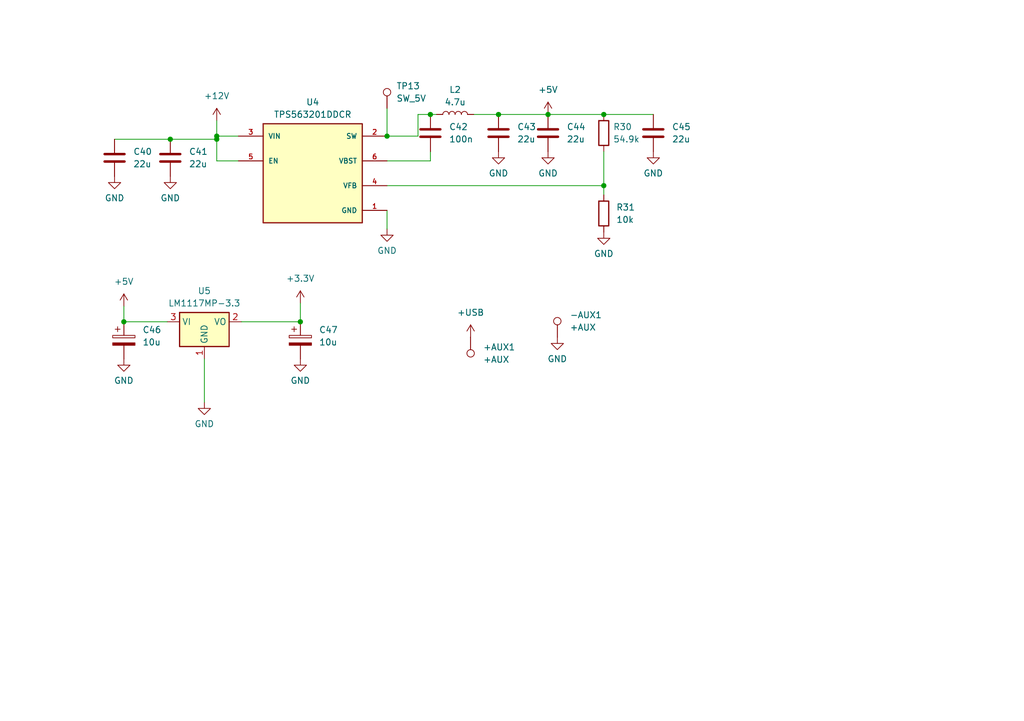
<source format=kicad_sch>
(kicad_sch (version 20231120) (generator "eeschema") (generator_version "8.0")
  (paper "A5")
  (lib_symbols
    (symbol "Connector:TestPoint" (pin_numbers hide) (pin_names (offset 0.762) hide)
      (property "Reference" "TP" (at 0 6.858 0))
      (property "Value" "TestPoint" (at 0 5.08 0))
      (symbol "TestPoint_0_1"
        (circle (center 0 3.302) (radius 0.762))
      )
      (symbol "TestPoint_1_1"
        (pin passive line (at 0 0 90) (length 2.54) (name "1") (number "1"))
      )
    )
    (symbol "Device:C" (pin_numbers hide) (pin_names (offset 0.254))
      (property "Reference" "C" (at 0.635 2.54 0))
      (property "Value" "C" (at 0.635 -2.54 0))
      (symbol "C_0_1"
        (polyline (pts (xy -2.032 -0.762) (xy 2.032 -0.762)) (stroke (width 0.508)))
        (polyline (pts (xy -2.032 0.762) (xy 2.032 0.762)) (stroke (width 0.508)))
      )
      (symbol "C_1_1"
        (pin passive line (at 0 3.81 270) (length 2.794) (name "~") (number "1"))
        (pin passive line (at 0 -3.81 90) (length 2.794) (name "~") (number "2"))
      )
    )
    (symbol "Device:C_Polarized" (pin_numbers hide) (pin_names (offset 0.254))
      (property "Reference" "C" (at 0.635 2.54 0))
      (property "Value" "C_Polarized" (at 0.635 -2.54 0))
      (symbol "C_Polarized_0_1"
        (rectangle (start -2.286 0.508) (end 2.286 1.016))
        (polyline (pts (xy -1.778 2.286) (xy -0.762 2.286)))
        (polyline (pts (xy -1.27 2.794) (xy -1.27 1.778)))
        (rectangle (start 2.286 -0.508) (end -2.286 -1.016) (fill (type outline)))
      )
      (symbol "C_Polarized_1_1"
        (pin passive line (at 0 3.81 270) (length 2.794) (name "~") (number "1"))
        (pin passive line (at 0 -3.81 90) (length 2.794) (name "~") (number "2"))
      )
    )
    (symbol "Device:L" (pin_numbers hide) (pin_names (offset 1.016) hide)
      (property "Reference" "L" (at -1.27 0 90))
      (property "Value" "L" (at 1.905 0 90))
      (symbol "L_0_1"
        (arc (start 0 -2.54) (mid 0.6323 -1.905) (end 0 -1.27))
        (arc (start 0 -1.27) (mid 0.6323 -0.635) (end 0 0))
        (arc (start 0 0) (mid 0.6323 0.635) (end 0 1.27))
        (arc (start 0 1.27) (mid 0.6323 1.905) (end 0 2.54))
      )
      (symbol "L_1_1"
        (pin passive line (at 0 3.81 270) (length 1.27) (name "1") (number "1"))
        (pin passive line (at 0 -3.81 90) (length 1.27) (name "2") (number "2"))
      )
    )
    (symbol "Device:R" (pin_numbers hide) (pin_names (offset 0))
      (property "Reference" "R" (at 2.032 0 90))
      (property "Value" "R" (at 0 0 90))
      (symbol "R_0_1"
        (rectangle (start -1.016 -2.54) (end 1.016 2.54) (stroke (width 0.254)))
      )
      (symbol "R_1_1"
        (pin passive line (at 0 3.81 270) (length 1.27) (name "~") (number "1"))
        (pin passive line (at 0 -3.81 90) (length 1.27) (name "~") (number "2"))
      )
    )
    (symbol "Regulator_Linear:LM1117MP-3.3"
      (property "Reference" "U" (at -3.81 3.175 0))
      (property "Value" "LM1117MP-3.3" (at 0 3.175 0))
      (symbol "LM1117MP-3.3_0_1"
        (rectangle (start -5.08 -5.08) (end 5.08 1.905) (stroke (width 0.254)) (fill (type background)))
      )
      (symbol "LM1117MP-3.3_1_1"
        (pin power_in line (at 0 -7.62 90) (length 2.54) (name "GND") (number "1"))
        (pin power_out line (at 7.62 0 180) (length 2.54) (name "VO") (number "2"))
        (pin power_in line (at -7.62 0 0) (length 2.54) (name "VI") (number "3"))
      )
    )
    (symbol "TPS563201DDCR:TPS563201DDCR" (pin_names (offset 1.016))
      (property "Reference" "U" (at -10.16 12.7 0))
      (property "Value" "TPS563201DDCR" (at -10.16 -12.7 0))
      (symbol "TPS563201DDCR_0_0"
        (rectangle (start -10.16 -10.16) (end 10.16 10.16) (stroke (width 0.254)) (fill (type background)))
        (pin power_in line (at 15.24 -7.62 180) (length 5.08) (name "GND") (number "1"))
        (pin output line (at 15.24 7.62 180) (length 5.08) (name "SW") (number "2"))
        (pin input line (at -15.24 7.62 0) (length 5.08) (name "VIN") (number "3"))
        (pin input line (at 15.24 -2.54 180) (length 5.08) (name "VFB") (number "4"))
        (pin input line (at -15.24 2.54 0) (length 5.08) (name "EN") (number "5"))
        (pin output line (at 15.24 2.54 180) (length 5.08) (name "VBST") (number "6"))
      )
    )
    (symbol "power:+3.3V" (power) (pin_names (offset 0))
      (property "Value" "+3.3V" (at 0 3.556 0))
      (symbol "+3.3V_0_1"
        (polyline (pts (xy -0.762 1.27) (xy 0 2.54)))
        (polyline (pts (xy 0 0) (xy 0 2.54)))
        (polyline (pts (xy 0 2.54) (xy 0.762 1.27)))
      )
      (symbol "+3.3V_1_1"
        (pin power_in line (at 0 0 90) (length 0) hide (name "+3.3V") (number "1"))
      )
    )
    (symbol "power:+VSW" (power) (pin_numbers hide) (pin_names (offset 0) hide)
      (property "Value" "+VSW" (at 0 3.556 0))
      (symbol "+VSW_0_1"
        (polyline (pts (xy -0.762 1.27) (xy 0 2.54)))
        (polyline (pts (xy 0 0) (xy 0 2.54)))
        (polyline (pts (xy 0 2.54) (xy 0.762 1.27)))
      )
      (symbol "+VSW_1_1"
        (pin power_in line (at 0 0 90) (length 0) (name "~") (number "1"))
      )
    )
    (symbol "power:GND" (power) (pin_names (offset 0))
      (property "Value" "GND" (at 0 -3.81 0))
      (symbol "GND_0_1"
        (polyline (pts (xy 0 0) (xy 0 -1.27) (xy 1.27 -1.27) (xy 0 -2.54) (xy -1.27 -1.27) (xy 0 -1.27)))
      )
      (symbol "GND_1_1"
        (pin power_in line (at 0 0 270) (length 0) hide (name "GND") (number "1"))
      )
    )
    (symbol "power:VCC" (power) (pin_names (offset 0))
      (property "Value" "VCC" (at 0 3.81 0))
      (symbol "VCC_0_1"
        (polyline (pts (xy -0.762 1.27) (xy 0 2.54)))
        (polyline (pts (xy 0 0) (xy 0 2.54)))
        (polyline (pts (xy 0 2.54) (xy 0.762 1.27)))
      )
      (symbol "VCC_1_1"
        (pin power_in line (at 0 0 90) (length 0) hide (name "VCC") (number "1"))
      )
    )
  )
  (junction (at 123.825 38.1))
  (junction (at 44.45 27.94))
  (junction (at 102.235 23.495))
  (junction (at 79.375 27.94))
  (junction (at 61.595 66.04))
  (junction (at 44.45 28.575))
  (junction (at 123.825 23.495))
  (junction (at 25.4 66.04))
  (junction (at 88.265 23.495))
  (junction (at 34.925 28.575))
  (junction (at 112.395 23.495))
  (wire (pts (xy 49.53 66.04) (xy 61.595 66.04)))
  (wire (pts (xy 123.825 38.1) (xy 123.825 40.005)))
  (wire (pts (xy 44.45 27.94) (xy 48.895 27.94)))
  (wire (pts (xy 25.4 66.04) (xy 34.29 66.04)))
  (wire (pts (xy 25.4 62.865) (xy 25.4 66.04)))
  (wire (pts (xy 79.375 27.94) (xy 85.725 27.94)))
  (wire (pts (xy 97.155 23.495) (xy 102.235 23.495)))
  (wire (pts (xy 79.375 43.18) (xy 79.375 46.99)))
  (wire (pts (xy 79.375 22.225) (xy 79.375 27.94)))
  (wire (pts (xy 123.825 31.115) (xy 123.825 38.1)))
  (wire (pts (xy 34.925 28.575) (xy 44.45 28.575)))
  (wire (pts (xy 23.495 28.575) (xy 34.925 28.575)))
  (wire (pts (xy 88.265 23.495) (xy 89.535 23.495)))
  (wire (pts (xy 61.595 66.04) (xy 61.595 62.23)))
  (wire (pts (xy 44.45 33.02) (xy 44.45 28.575)))
  (wire (pts (xy 85.725 23.495) (xy 88.265 23.495)))
  (wire (pts (xy 123.825 23.495) (xy 133.985 23.495)))
  (wire (pts (xy 112.395 23.495) (xy 123.825 23.495)))
  (wire (pts (xy 48.895 33.02) (xy 44.45 33.02)))
  (wire (pts (xy 44.45 24.765) (xy 44.45 27.94)))
  (wire (pts (xy 102.235 23.495) (xy 112.395 23.495)))
  (wire (pts (xy 88.265 33.02) (xy 88.265 31.115)))
  (wire (pts (xy 79.375 33.02) (xy 88.265 33.02)))
  (wire (pts (xy 79.375 38.1) (xy 123.825 38.1)))
  (wire (pts (xy 85.725 23.495) (xy 85.725 27.94)))
  (wire (pts (xy 41.91 73.66) (xy 41.91 82.55)))
  (wire (pts (xy 44.45 28.575) (xy 44.45 27.94)))
  (symbol (lib_id "Device:R") (at 123.825 43.815 0) (unit 1)
    (property "Reference" "R31" (at 126.365 42.5449 0) (effects (justify left)))
    (property "Value" "10k" (at 126.365 45.0849 0) (effects (justify left)))
    (property "Footprint" "Resistor_SMD:R_0603_1608Metric_Pad0.98x0.95mm_HandSolder" (effects (hide yes)))
    (property "Description" "Resistor" (effects (hide yes)))
  )
  (symbol (lib_id "power:GND") (at 41.91 82.55 0) (unit 1)
    (property "Reference" "#PWR092" (effects (hide yes)))
    (property "Value" "GND" (at 41.91 86.995 0))
    (property "Description" "Power symbol creates a global label with name \"GND\" , ground" (effects (hide yes)))
  )
  (symbol (lib_id "power:+3.3V") (at 25.4 62.865 0) (unit 1)
    (property "Reference" "#PWR090" (effects (hide yes)))
    (property "Value" "+5V" (at 25.4 57.785 0))
  )
  (symbol (lib_id "power:GND") (at 123.825 47.625 0) (unit 1)
    (property "Reference" "#PWR088" (effects (hide yes)))
    (property "Value" "GND" (at 123.825 52.07 0))
    (property "Description" "Power symbol creates a global label with name \"GND\" , ground" (effects (hide yes)))
  )
  (symbol (lib_id "Regulator_Linear:LM1117MP-3.3") (at 41.91 66.04 0) (unit 1)
    (property "Reference" "U5" (at 41.91 59.69 0))
    (property "Value" "LM1117MP-3.3" (at 41.91 62.23 0))
    (property "Footprint" "Package_TO_SOT_SMD:SOT-223" (effects (hide yes)))
    (property "Datasheet" "http://www.ti.com/lit/ds/symlink/lm1117.pdf" (effects (hide yes)))
    (property "Description" "800mA Low-Dropout Linear Regulator, 3.3V fixed output, SOT-223" (effects (hide yes)))
  )
  (symbol (lib_id "power:+3.3V") (at 112.395 23.495 0) (unit 1)
    (property "Reference" "#PWR086" (effects (hide yes)))
    (property "Value" "+5V" (at 112.395 18.415 0))
  )
  (symbol (lib_id "power:GND") (at 114.3 69.215 0) (unit 1)
    (property "Reference" "#PWR0102" (effects (hide yes)))
    (property "Value" "GND" (at 114.3 73.66 0))
    (property "Description" "Power symbol creates a global label with name \"GND\" , ground" (effects (hide yes)))
  )
  (symbol (lib_id "power:GND") (at 102.235 31.115 0) (unit 1)
    (property "Reference" "#PWR085" (effects (hide yes)))
    (property "Value" "GND" (at 102.235 35.56 0))
    (property "Description" "Power symbol creates a global label with name \"GND\" , ground" (effects (hide yes)))
  )
  (symbol (lib_id "Device:C") (at 112.395 27.305 0) (unit 1)
    (property "Reference" "C44" (at 116.205 26.0349 0) (effects (justify left)))
    (property "Value" "22u" (at 116.205 28.5749 0) (effects (justify left)))
    (property "Footprint" "Capacitor_SMD:C_0805_2012Metric_Pad1.18x1.45mm_HandSolder" (effects (hide yes)))
    (property "Description" "Unpolarized capacitor" (effects (hide yes)))
  )
  (symbol (lib_id "Connector:TestPoint") (at 114.3 69.215 0) (unit 1)
    (property "Reference" "-AUX1" (at 116.84 64.6429 0) (effects (justify left)))
    (property "Value" "+AUX" (at 116.84 67.1829 0) (effects (justify left)))
    (property "Footprint" "TestPoint:TestPoint_Pad_2.5x2.5mm" (effects (hide yes)))
    (property "Description" "test point" (effects (hide yes)))
  )
  (symbol (lib_id "Device:C_Polarized") (at 61.595 69.85 0) (unit 1)
    (property "Reference" "C47" (at 65.405 67.6909 0) (effects (justify left)))
    (property "Value" "10u" (at 65.405 70.2309 0) (effects (justify left)))
    (property "Footprint" "Capacitor_Tantalum_SMD:CP_EIA-3528-21_Kemet-B_Pad1.50x2.35mm_HandSolder" (effects (hide yes)))
    (property "Description" "Polarized capacitor" (effects (hide yes)))
  )
  (symbol (lib_id "power:+VSW") (at 96.52 69.215 0) (unit 1)
    (property "Reference" "#PWR070" (effects (hide yes)))
    (property "Value" "+USB" (at 96.52 64.135 0))
    (property "Description" "Power symbol creates a global label with name \"+VSW\"" (effects (hide yes)))
  )
  (symbol (lib_id "power:GND") (at 79.375 46.99 0) (unit 1)
    (property "Reference" "#PWR083" (effects (hide yes)))
    (property "Value" "GND" (at 79.375 51.435 0))
    (property "Description" "Power symbol creates a global label with name \"GND\" , ground" (effects (hide yes)))
  )
  (symbol (lib_id "power:VCC") (at 44.45 24.765 0) (unit 1)
    (property "Reference" "#PWR080" (effects (hide yes)))
    (property "Value" "+12V" (at 44.45 19.685 0))
    (property "Description" "Power symbol creates a global label with name \"VCC\"" (effects (hide yes)))
  )
  (symbol (lib_id "Connector:TestPoint") (at 96.52 69.215 180) (unit 1)
    (property "Reference" "+AUX1" (at 99.06 71.2469 0) (effects (justify right)))
    (property "Value" "+AUX" (at 99.06 73.7869 0) (effects (justify right)))
    (property "Footprint" "TestPoint:TestPoint_Pad_2.5x2.5mm" (effects (hide yes)))
    (property "Description" "test point" (effects (hide yes)))
  )
  (symbol (lib_id "power:GND") (at 23.495 36.195 0) (unit 1)
    (property "Reference" "#PWR076" (effects (hide yes)))
    (property "Value" "GND" (at 23.495 40.64 0))
    (property "Description" "Power symbol creates a global label with name \"GND\" , ground" (effects (hide yes)))
  )
  (symbol (lib_id "TPS563201DDCR:TPS563201DDCR") (at 64.135 35.56 0) (unit 1)
    (property "Reference" "U4" (at 64.135 20.955 0))
    (property "Value" "TPS563201DDCR" (at 64.135 23.495 0))
    (property "Footprint" "TPS563201DDCR:SOT95P280X110-6N" (effects (hide yes)))
    (property "MF" "Texas Instruments" (effects (hide yes)))
    (property "MAXIMUM_PACKAGE_HEIGHT" "1.10mm" (effects (hide yes)))
    (property "Package" "SOT-23-THN-6 Texas Instruments" (effects (hide yes)))
    (property "Price" "None" (effects (hide yes)))
    (property "Check_prices" "https://www.snapeda.com/parts/TPS563201DDCR/Texas+Instruments/view-part/?ref=eda" (effects (hide yes)))
    (property "STANDARD" "IPC-7351B" (effects (hide yes)))
    (property "PARTREV" "December 2015" (effects (hide yes)))
    (property "SnapEDA_Link" "https://www.snapeda.com/parts/TPS563201DDCR/Texas+Instruments/view-part/?ref=snap" (effects (hide yes)))
    (property "MP" "TPS563201DDCR" (effects (hide yes)))
    (property "Purchase-URL" "https://www.snapeda.com/api/url_track_click_mouser/?unipart_id=1236927&manufacturer=Texas Instruments&part_name=TPS563201DDCR&search_term=tps563201" (effects (hide yes)))
    (property "Description_1" "\n4.5 V to 17 V input, 3 A output, synchronous step-down converter in Eco-mode\n" (effects (hide yes)))
    (property "Availability" "In Stock" (effects (hide yes)))
    (property "MANUFACTURER" "Texas Instruments" (effects (hide yes)))
  )
  (symbol (lib_id "Device:C_Polarized") (at 25.4 69.85 0) (unit 1)
    (property "Reference" "C46" (at 29.21 67.6909 0) (effects (justify left)))
    (property "Value" "10u" (at 29.21 70.2309 0) (effects (justify left)))
    (property "Footprint" "Capacitor_Tantalum_SMD:CP_EIA-3528-21_Kemet-B_Pad1.50x2.35mm_HandSolder" (effects (hide yes)))
    (property "Description" "Polarized capacitor" (effects (hide yes)))
  )
  (symbol (lib_id "Device:L") (at 93.345 23.495 90) (unit 1)
    (property "Reference" "L2" (at 93.345 18.415 90))
    (property "Value" "4.7u" (at 93.345 20.955 90))
    (property "Footprint" "Inductor_SMD:L_Changjiang_FNR6045S" (effects (hide yes)))
    (property "Description" "Inductor DJNR6045-1R0-S" (effects (hide yes)))
  )
  (symbol (lib_id "Device:C") (at 102.235 27.305 0) (unit 1)
    (property "Reference" "C43" (at 106.045 26.0349 0) (effects (justify left)))
    (property "Value" "22u" (at 106.045 28.5749 0) (effects (justify left)))
    (property "Footprint" "Capacitor_SMD:C_0805_2012Metric_Pad1.18x1.45mm_HandSolder" (effects (hide yes)))
    (property "Description" "Unpolarized capacitor" (effects (hide yes)))
  )
  (symbol (lib_id "Connector:TestPoint") (at 79.375 22.225 0) (unit 1)
    (property "Reference" "TP13" (at 81.28 17.6529 0) (effects (justify left)))
    (property "Value" "SW_5V" (at 81.28 20.1929 0) (effects (justify left)))
    (property "Footprint" "TestPoint:TestPoint_Pad_1.0x1.0mm" (effects (hide yes)))
    (property "Description" "test point" (effects (hide yes)))
  )
  (symbol (lib_id "Device:R") (at 123.825 27.305 0) (unit 1)
    (property "Reference" "R30" (at 125.73 26.0349 0) (effects (justify left)))
    (property "Value" "54.9k" (at 125.73 28.5749 0) (effects (justify left)))
    (property "Footprint" "Resistor_SMD:R_0603_1608Metric_Pad0.98x0.95mm_HandSolder" (effects (hide yes)))
    (property "Description" "Resistor" (effects (hide yes)))
  )
  (symbol (lib_id "power:GND") (at 61.595 73.66 0) (unit 1)
    (property "Reference" "#PWR094" (effects (hide yes)))
    (property "Value" "GND" (at 61.595 78.105 0))
    (property "Description" "Power symbol creates a global label with name \"GND\" , ground" (effects (hide yes)))
  )
  (symbol (lib_id "Device:C") (at 23.495 32.385 0) (unit 1)
    (property "Reference" "C40" (at 27.305 31.1149 0) (effects (justify left)))
    (property "Value" "22u" (at 27.305 33.6549 0) (effects (justify left)))
    (property "Footprint" "Capacitor_SMD:C_0805_2012Metric_Pad1.18x1.45mm_HandSolder" (effects (hide yes)))
    (property "Description" "Unpolarized capacitor" (effects (hide yes)))
  )
  (symbol (lib_id "power:GND") (at 133.985 31.115 0) (unit 1)
    (property "Reference" "#PWR089" (effects (hide yes)))
    (property "Value" "GND" (at 133.985 35.56 0))
    (property "Description" "Power symbol creates a global label with name \"GND\" , ground" (effects (hide yes)))
  )
  (symbol (lib_id "Device:C") (at 34.925 32.385 0) (unit 1)
    (property "Reference" "C41" (at 38.735 31.1149 0) (effects (justify left)))
    (property "Value" "22u" (at 38.735 33.6549 0) (effects (justify left)))
    (property "Footprint" "Capacitor_SMD:C_0805_2012Metric_Pad1.18x1.45mm_HandSolder" (effects (hide yes)))
    (property "Description" "Unpolarized capacitor" (effects (hide yes)))
  )
  (symbol (lib_id "power:GND") (at 112.395 31.115 0) (unit 1)
    (property "Reference" "#PWR087" (effects (hide yes)))
    (property "Value" "GND" (at 112.395 35.56 0))
    (property "Description" "Power symbol creates a global label with name \"GND\" , ground" (effects (hide yes)))
  )
  (symbol (lib_id "power:+3.3V") (at 61.595 62.23 0) (unit 1)
    (property "Reference" "#PWR093" (effects (hide yes)))
    (property "Value" "+3.3V" (at 61.595 57.15 0))
  )
  (symbol (lib_id "power:GND") (at 25.4 73.66 0) (unit 1)
    (property "Reference" "#PWR091" (effects (hide yes)))
    (property "Value" "GND" (at 25.4 78.105 0))
    (property "Description" "Power symbol creates a global label with name \"GND\" , ground" (effects (hide yes)))
  )
  (symbol (lib_id "power:GND") (at 34.925 36.195 0) (unit 1)
    (property "Reference" "#PWR078" (effects (hide yes)))
    (property "Value" "GND" (at 34.925 40.64 0))
    (property "Description" "Power symbol creates a global label with name \"GND\" , ground" (effects (hide yes)))
  )
  (symbol (lib_id "Device:C") (at 88.265 27.305 180) (unit 1)
    (property "Reference" "C42" (at 92.075 26.0349 0) (effects (justify right)))
    (property "Value" "100n" (at 92.075 28.5749 0) (effects (justify right)))
    (property "Footprint" "Capacitor_SMD:C_0603_1608Metric_Pad1.08x0.95mm_HandSolder" (effects (hide yes)))
    (property "Description" "Unpolarized capacitor" (effects (hide yes)))
  )
  (symbol (lib_id "Device:C") (at 133.985 27.305 0) (unit 1)
    (property "Reference" "C45" (at 137.795 26.0349 0) (effects (justify left)))
    (property "Value" "22u" (at 137.795 28.5749 0) (effects (justify left)))
    (property "Footprint" "Capacitor_SMD:C_0805_2012Metric_Pad1.18x1.45mm_HandSolder" (effects (hide yes)))
    (property "Description" "Unpolarized capacitor" (effects (hide yes)))
  )
)
</source>
